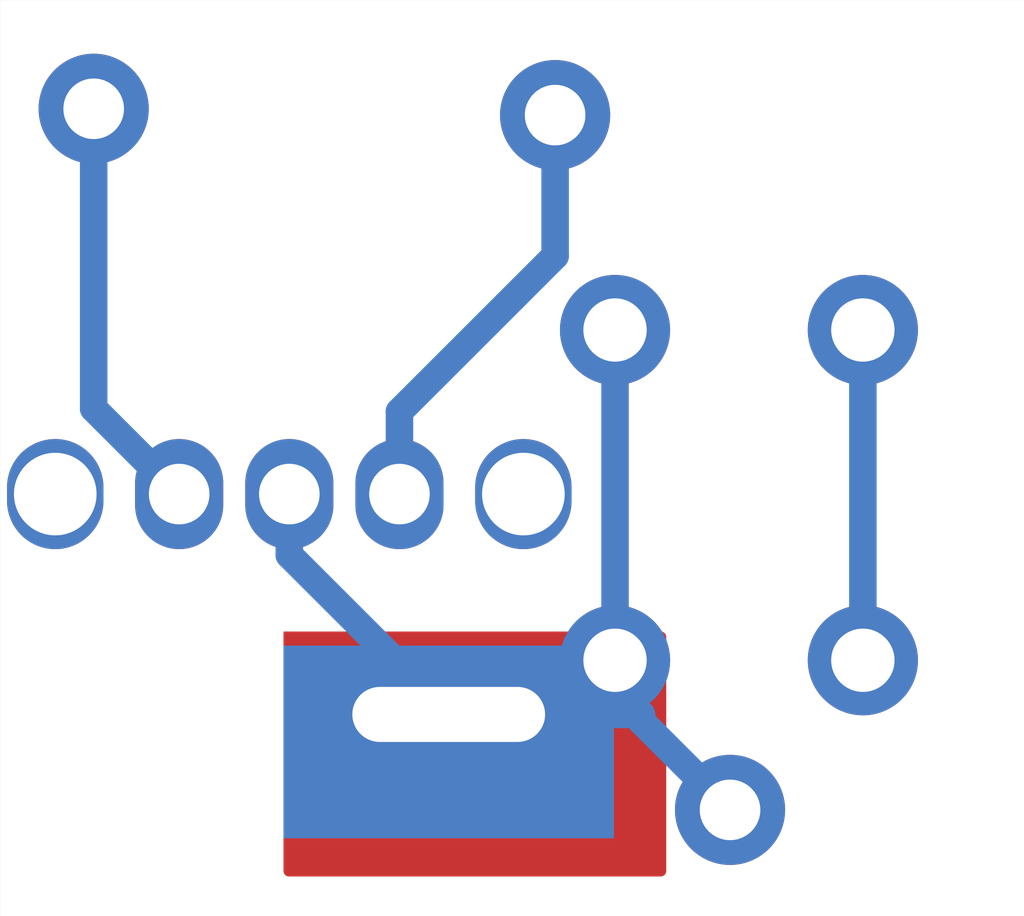
<source format=kicad_pcb>
(kicad_pcb (version 20221018) (generator pcbnew)
  (layers (0 "F.Cu" signal) (31 "B.Cu" signal) (34 "B.Paste" user) (35 "F.Paste" user) (36 "B.SilkS" user "B.Silkscreen") (37 "F.SilkS" user "F.Silkscreen") (38 "B.Mask" user) (39 "F.Mask" user) (44 "Edge.Cuts" user))
  (net 0 "")
  (net 1 "Net-(J3-Pin_1)")
  (net 2 "Net-(J1-Pin_1)")
  (net 3 "Net-(J2-Pin_1)")
  (net 6 "Net-(SW2-Pad2)")
  (footprint "MountingHole:MountingHole_4.3mm_M4" (layer "F.Cu") (at 146.0226 97.7919)
    (fp_text reference "H2" hide)
    (fp_text value "MountingHole_4.3mm_M4" hide)
    (pad "" np_thru_hole circle (at 0 0) (size 4.3 4.3) (drill 4.3) (layers "*.Cu" "*.Mask"))
  )
  (footprint "MonsterBrain:Connector Hole" (layer "F.Cu") (at 153.919 108.389)
    (fp_text reference "J3" hide)
    (fp_text value "Connector TH 3" hide)
    (pad "1" thru_hole circle (at 0 0) (size 2 2) (drill 1.1) (layers "*.Cu" "*.Mask") (net 1 "Net-(J3-Pin_1)"))
  )
  (footprint "MonsterBrain:Connector Hole" (layer "F.Cu") (at 150.743 95.767)
    (fp_text reference "J2" hide)
    (fp_text value "Connector TH 2" hide)
    (pad "1" thru_hole circle (at 0 0) (size 2 2) (drill 1.1) (layers "*.Cu" "*.Mask") (net 3 "Net-(J2-Pin_1)"))
  )
  (footprint "MonsterBrain:Push Button" (layer "F.Cu") (at 154.081 102.671)
    (fp_text reference "SW2" hide)
    (fp_text value "SW_Push_Dual" hide)
    (pad "1" thru_hole circle (at -2.25 -3) (size 2 2) (drill 1.15) (layers "*.Cu" "*.Mask") (net 1 "Net-(J3-Pin_1)"))
    (pad "2" thru_hole circle (at 2.25 -3) (size 2 2) (drill 1.15) (layers "*.Cu" "*.Mask") (net 6 "Net-(SW2-Pad2)"))
    (pad "3" thru_hole circle (at -2.25 3) (size 2 2) (drill 1.15) (layers "*.Cu" "*.Mask") (net 1 "Net-(J3-Pin_1)"))
    (pad "4" thru_hole circle (at 2.25 3) (size 2 2) (drill 1.15) (layers "*.Cu" "*.Mask") (net 6 "Net-(SW2-Pad2)"))
  )
  (footprint "MonsterBrain:Connector Hole" (layer "F.Cu") (at 142.365 95.652)
    (fp_text reference "J1" hide)
    (fp_text value "Connector TH 1" hide)
    (pad "1" thru_hole circle (at 0 0) (size 2 2) (drill 1.1) (layers "*.Cu" "*.Mask") (net 2 "Net-(J1-Pin_1)"))
  )
  (footprint "MountingHole:MountingHole_2.2mm_M2" (layer "F.Cu") (at 155.589 95.847)
    (fp_text reference "H3" hide)
    (fp_text value "MountingHole_2.2mm_M2" hide)
    (pad "" np_thru_hole circle (at 0 0) (size 2.2 2.2) (drill 2.2) (layers "*.Cu" "*.Mask"))
  )
  (footprint "MonsterBrain:Sliding Switch" (layer "F.Cu") (at 145.917 102.652)
    (fp_text reference "SW1" hide)
    (fp_text value "SW_DPDT" hide)
    (pad "1" thru_hole oval (at -2 0) (size 1.6 2) (drill 1.1) (layers "*.Cu" "*.Mask") (net 2 "Net-(J1-Pin_1)"))
    (pad "2" thru_hole oval (at 0 0) (size 1.6 2) (drill 1.1) (layers "*.Cu" "*.Mask") (net 1 "Net-(J3-Pin_1)"))
    (pad "3" thru_hole oval (at 2 0) (size 1.6 2) (drill 1.1) (layers "*.Cu" "*.Mask") (net 3 "Net-(J2-Pin_1)"))
    (pad "4" thru_hole oval (at -4.25 0) (size 1.75 2) (drill 1.5) (layers "*.Cu" "*.Mask"))
    (pad "5" thru_hole oval (at 4.25 0) (size 1.75 2) (drill 1.5) (layers "*.Cu" "*.Mask"))
  )
  (footprint "MonsterBrain:Square Slot" (layer "F.Cu") (at 149.286 107.374)
    (fp_text reference "J4" hide)
    (fp_text value "Slot Connector TH" hide)
    (fp_rect (start -3.375 -2.125) (end 3.375 2.125) (stroke (width 0.2)) (fill solid) (layer "F.Cu"))
    (pad "1" thru_hole rect (at -0.475 -0.719) (size 6 3.5) (drill oval 3.5 1 (offset 0 0.5)) (layers "*.Cu" "*.Mask") (net 1 "Net-(J3-Pin_1)"))
  )
  (footprint "MountingHole:MountingHole_2.2mm_M2" (layer "F.Cu") (at 143.524 107.832)
    (fp_text reference "H1" hide)
    (fp_text value "MountingHole_2.2mm_M2" hide)
    (pad "" np_thru_hole circle (at 0 0) (size 2.2 2.2) (drill 2.2) (layers "*.Cu" "*.Mask"))
  )
  (gr_line (start 159.2648 93.6769) (end 159.2648 110.3269) (stroke (width 0.002)) (layer "Edge.Cuts"))
  (gr_line (start 140.6648 93.6769) (end 159.2648 93.6769) (stroke (width 0.002)) (layer "Edge.Cuts"))
  (gr_line (start 159.2648 110.3269) (end 140.6648 110.3269) (stroke (width 0.002)) (layer "Edge.Cuts"))
  (gr_line (start 140.6648 110.3269) (end 140.6648 93.6769) (stroke (width 0.002)) (layer "Edge.Cuts"))
  (segment (start 153.919 108.389) (end 152.311 106.781) (width 0.5) (layer "B.Cu") (net 1))
  (segment (start 151.831 106.175) (end 151.831 105.671) (width 0.5) (layer "B.Cu") (net 1))
  (segment (start 148.811 106.655) (end 152.311 106.655) (width 0.5) (layer "B.Cu") (net 1))
  (segment (start 151.831 99.671) (end 151.831 105.671) (width 0.5) (layer "B.Cu") (net 1))
  (segment (start 152.311 106.655) (end 151.831 106.175) (width 0.5) (layer "B.Cu") (net 1))
  (segment (start 145.917 102.652) (end 145.917 103.761) (width 0.5) (layer "B.Cu") (net 1))
  (segment (start 152.311 106.781) (end 152.311 106.655) (width 0.5) (layer "B.Cu") (net 1))
  (segment (start 145.917 103.761) (end 148.811 106.655) (width 0.5) (layer "B.Cu") (net 1))
  (segment (start 143.917 102.652) (end 142.365 101.1) (width 0.5) (layer "B.Cu") (net 2))
  (segment (start 142.365 101.1) (end 142.365 95.652) (width 0.5) (layer "B.Cu") (net 2))
  (segment (start 150.743 98.326) (end 150.743 95.767) (width 0.5) (layer "B.Cu") (net 3))
  (segment (start 147.917 102.652) (end 147.917 101.152) (width 0.5) (layer "B.Cu") (net 3))
  (segment (start 147.917 101.152) (end 150.743 98.326) (width 0.5) (layer "B.Cu") (net 3))
  (segment (start 156.331 105.671) (end 156.331 99.671) (width 0.5) (layer "B.Cu") (net 6))
)
</source>
